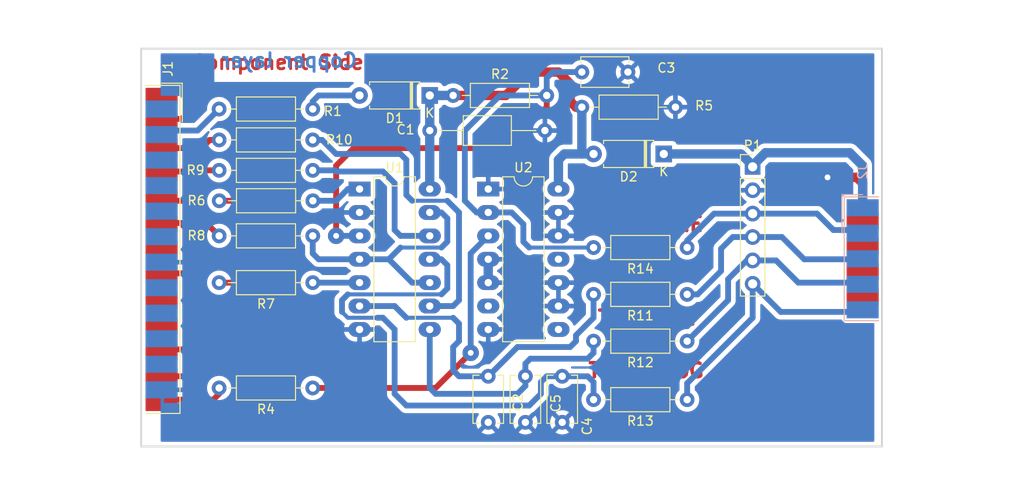
<source format=kicad_pcb>
(kicad_pcb (version 20211014) (generator pcbnew)
  (title_block (rev "1") (company "Kicad Demo"))
  (layers (0 "F.Cu" signal "top_copper") (31 "B.Cu" signal "bottom_copper") (34 "B.Paste" user) (35 "F.Paste" user) (36 "B.SilkS" user "B.Silkscreen") (37 "F.SilkS" user "F.Silkscreen") (38 "B.Mask" user) (39 "F.Mask" user) (44 "Edge.Cuts" user))
  (net 0 "")
  (net 1 "/CLK-D1")
  (net 2 "/CTRL-D3")
  (net 3 "/DONE-SELECT*")
  (net 4 "/PWR_3,3-5V")
  (net 5 "/TCK-CCLK")
  (net 6 "/TD0-DONE")
  (net 7 "/TD0-PROG-D4")
  (net 8 "/TDI-DIN")
  (net 9 "/TDI-DIN-D0")
  (net 10 "/TMS-PROG")
  (net 11 "/TMS-PROG-D2")
  (net 12 "/VCC_SENSE-ERROR*")
  (net 13 "GND")
  (net 14 "VCC")
  (net 15 "Net-(C3-Pad1)")
  (net 16 "Net-(R4-Pad1)")
  (net 20 "Net-(R6-Pad1)")
  (net 21 "Net-(R8-Pad1)")
  (net 22 "Net-(R7-Pad1)")
  (net 23 "Net-(C2-Pad1)")
  (net 24 "Net-(C5-Pad1)")
  (net 25 "Net-(R10-Pad1)")
  (net 26 "Net-(C4-Pad1)")
  (net 27 "Net-(R9-Pad1)")
  (net 28 "Net-(D1-Pad2)")
  (net 29 "Net-(J1-Pad11)")
  (footprint "Resistor_THT:R_Axial_DIN0207_L6.3mm_D2.5mm_P10.16mm_Horizontal" (layer "F.Cu") (at 162.56 88.9 180)
    (fp_text reference "R14" (at 5.08 -2.31 180) (layer "F.SilkS"))
    (fp_text value "100")
    (fp_line (start 0.98 0) (end 1.87 0) (layer "F.SilkS") (width 0.12))
    (fp_line (start 8.29 -1.31) (end 1.87 -1.31) (layer "F.SilkS") (width 0.12))
    (fp_line (start 1.87 1.31) (end 8.29 1.31) (layer "F.SilkS") (width 0.12))
    (fp_line (start 1.87 -1.31) (end 1.87 1.31) (layer "F.SilkS") (width 0.12))
    (fp_line (start 8.29 1.31) (end 8.29 -1.31) (layer "F.SilkS") (width 0.12))
    (fp_line (start 9.18 0) (end 8.29 0) (layer "F.SilkS") (width 0.12))
    (pad "1" thru_hole circle locked (at 0 0 180) (size 1.6 1.6) (drill 0.8) (layers *.Cu *.Mask) (net 6 "/TD0-DONE"))
    (pad "2" thru_hole oval locked (at 10.16 0 180) (size 1.6 1.6) (drill 0.8) (layers *.Cu *.Mask) (net 15 "Net-(C3-Pad1)"))
  )
  (footprint "Resistor_THT:R_Axial_DIN0207_L6.3mm_D2.5mm_P10.16mm_Horizontal" (layer "F.Cu") (at 121.92 80.518 180)
    (fp_text reference "R9" (at 12.72 0.018 180) (layer "F.SilkS"))
    (fp_text value "100")
    (fp_line (start 1.87 -1.31) (end 1.87 1.31) (layer "F.SilkS") (width 0.12))
    (fp_line (start 8.29 -1.31) (end 1.87 -1.31) (layer "F.SilkS") (width 0.12))
    (fp_line (start 8.29 1.31) (end 8.29 -1.31) (layer "F.SilkS") (width 0.12))
    (fp_line (start 1.87 1.31) (end 8.29 1.31) (layer "F.SilkS") (width 0.12))
    (fp_line (start 0.98 0) (end 1.87 0) (layer "F.SilkS") (width 0.12))
    (fp_line (start 9.18 0) (end 8.29 0) (layer "F.SilkS") (width 0.12))
    (pad "1" thru_hole circle locked (at 0 0 180) (size 1.6 1.6) (drill 0.8) (layers *.Cu *.Mask) (net 27 "Net-(R9-Pad1)"))
    (pad "2" thru_hole oval locked (at 10.16 0 180) (size 1.6 1.6) (drill 0.8) (layers *.Cu *.Mask) (net 11 "/TMS-PROG-D2"))
  )
  (footprint "Resistor_THT:R_Axial_DIN0207_L6.3mm_D2.5mm_P10.16mm_Horizontal" (layer "F.Cu") (at 121.92 104.14 180)
    (fp_text reference "R4" (at 5.08 -2.31 180) (layer "F.SilkS"))
    (fp_text value "47")
    (fp_line (start 1.87 1.31) (end 8.29 1.31) (layer "F.SilkS") (width 0.12))
    (fp_line (start 0.98 0) (end 1.87 0) (layer "F.SilkS") (width 0.12))
    (fp_line (start 1.87 -1.31) (end 1.87 1.31) (layer "F.SilkS") (width 0.12))
    (fp_line (start 8.29 -1.31) (end 1.87 -1.31) (layer "F.SilkS") (width 0.12))
    (fp_line (start 9.18 0) (end 8.29 0) (layer "F.SilkS") (width 0.12))
    (fp_line (start 8.29 1.31) (end 8.29 -1.31) (layer "F.SilkS") (width 0.12))
    (pad "1" thru_hole circle locked (at 0 0 180) (size 1.6 1.6) (drill 0.8) (layers *.Cu *.Mask) (net 16 "Net-(R4-Pad1)"))
    (pad "2" thru_hole oval locked (at 10.16 0 180) (size 1.6 1.6) (drill 0.8) (layers *.Cu *.Mask) (net 3 "/DONE-SELECT*"))
  )
  (footprint "Resistor_THT:R_Axial_DIN0207_L6.3mm_D2.5mm_P10.16mm_Horizontal" (layer "F.Cu") (at 162.56 105.41 180)
    (fp_text reference "R13" (at 5.08 -2.31 180) (layer "F.SilkS"))
    (fp_text value "100")
    (fp_line (start 9.18 0) (end 8.29 0) (layer "F.SilkS") (width 0.12))
    (fp_line (start 0.98 0) (end 1.87 0) (layer "F.SilkS") (width 0.12))
    (fp_line (start 8.29 1.31) (end 8.29 -1.31) (layer "F.SilkS") (width 0.12))
    (fp_line (start 8.29 -1.31) (end 1.87 -1.31) (layer "F.SilkS") (width 0.12))
    (fp_line (start 1.87 -1.31) (end 1.87 1.31) (layer "F.SilkS") (width 0.12))
    (fp_line (start 1.87 1.31) (end 8.29 1.31) (layer "F.SilkS") (width 0.12))
    (pad "1" thru_hole circle locked (at 0 0 180) (size 1.6 1.6) (drill 0.8) (layers *.Cu *.Mask) (net 10 "/TMS-PROG"))
    (pad "2" thru_hole oval locked (at 10.16 0 180) (size 1.6 1.6) (drill 0.8) (layers *.Cu *.Mask) (net 26 "Net-(C4-Pad1)"))
  )
  (footprint "Resistor_THT:R_Axial_DIN0207_L6.3mm_D2.5mm_P10.16mm_Horizontal" (layer "F.Cu") (at 162.56 99.06 180)
    (fp_text reference "R12" (at 5.08 -2.31 180) (layer "F.SilkS"))
    (fp_text value "100")
    (fp_line (start 1.87 1.31) (end 8.29 1.31) (layer "F.SilkS") (width 0.12))
    (fp_line (start 8.29 1.31) (end 8.29 -1.31) (layer "F.SilkS") (width 0.12))
    (fp_line (start 8.29 -1.31) (end 1.87 -1.31) (layer "F.SilkS") (width 0.12))
    (fp_line (start 1.87 -1.31) (end 1.87 1.31) (layer "F.SilkS") (width 0.12))
    (fp_line (start 0.98 0) (end 1.87 0) (layer "F.SilkS") (width 0.12))
    (fp_line (start 9.18 0) (end 8.29 0) (layer "F.SilkS") (width 0.12))
    (pad "1" thru_hole circle locked (at 0 0 180) (size 1.6 1.6) (drill 0.8) (layers *.Cu *.Mask) (net 5 "/TCK-CCLK"))
    (pad "2" thru_hole oval locked (at 10.16 0 180) (size 1.6 1.6) (drill 0.8) (layers *.Cu *.Mask) (net 24 "Net-(C5-Pad1)"))
  )
  (footprint "Resistor_THT:R_Axial_DIN0207_L6.3mm_D2.5mm_P10.16mm_Horizontal" (layer "F.Cu") (at 162.56 93.98 180)
    (fp_text reference "R11" (at 5.08 -2.31 180) (layer "F.SilkS"))
    (fp_text value "100")
    (fp_line (start 8.29 -1.31) (end 1.87 -1.31) (layer "F.SilkS") (width 0.12))
    (fp_line (start 8.29 1.31) (end 8.29 -1.31) (layer "F.SilkS") (width 0.12))
    (fp_line (start 1.87 1.31) (end 8.29 1.31) (layer "F.SilkS") (width 0.12))
    (fp_line (start 0.98 0) (end 1.87 0) (layer "F.SilkS") (width 0.12))
    (fp_line (start 9.18 0) (end 8.29 0) (layer "F.SilkS") (width 0.12))
    (fp_line (start 1.87 -1.31) (end 1.87 1.31) (layer "F.SilkS") (width 0.12))
    (pad "1" thru_hole circle locked (at 0 0 180) (size 1.6 1.6) (drill 0.8) (layers *.Cu *.Mask) (net 8 "/TDI-DIN"))
    (pad "2" thru_hole oval locked (at 10.16 0 180) (size 1.6 1.6) (drill 0.8) (layers *.Cu *.Mask) (net 23 "Net-(C2-Pad1)"))
  )
  (footprint "Resistor_THT:R_Axial_DIN0207_L6.3mm_D2.5mm_P10.16mm_Horizontal" (layer "F.Cu") (at 121.92 87.63 180)
    (fp_text reference "R8" (at 12.62 0.03 180) (layer "F.SilkS"))
    (fp_text value "100")
    (fp_line (start 8.29 1.31) (end 8.29 -1.31) (layer "F.SilkS") (width 0.12))
    (fp_line (start 1.87 -1.31) (end 1.87 1.31) (layer "F.SilkS") (width 0.12))
    (fp_line (start 9.18 0) (end 8.29 0) (layer "F.SilkS") (width 0.12))
    (fp_line (start 8.29 -1.31) (end 1.87 -1.31) (layer "F.SilkS") (width 0.12))
    (fp_line (start 0.98 0) (end 1.87 0) (layer "F.SilkS") (width 0.12))
    (fp_line (start 1.87 1.31) (end 8.29 1.31) (layer "F.SilkS") (width 0.12))
    (pad "1" thru_hole circle locked (at 0 0 180) (size 1.6 1.6) (drill 0.8) (layers *.Cu *.Mask) (net 21 "Net-(R8-Pad1)"))
    (pad "2" thru_hole oval locked (at 10.16 0 180) (size 1.6 1.6) (drill 0.8) (layers *.Cu *.Mask) (net 2 "/CTRL-D3"))
  )
  (footprint "Resistor_THT:R_Axial_DIN0207_L6.3mm_D2.5mm_P10.16mm_Horizontal" (layer "F.Cu") (at 121.92 92.71 180)
    (fp_text reference "R7" (at 5.08 -2.31 180) (layer "F.SilkS"))
    (fp_text value "100")
    (fp_line (start 1.87 -1.31) (end 1.87 1.31) (layer "F.SilkS") (width 0.12))
    (fp_line (start 0.98 0) (end 1.87 0) (layer "F.SilkS") (width 0.12))
    (fp_line (start 8.29 1.31) (end 8.29 -1.31) (layer "F.SilkS") (width 0.12))
    (fp_line (start 9.18 0) (end 8.29 0) (layer "F.SilkS") (width 0.12))
    (fp_line (start 8.29 -1.31) (end 1.87 -1.31) (layer "F.SilkS") (width 0.12))
    (fp_line (start 1.87 1.31) (end 8.29 1.31) (layer "F.SilkS") (width 0.12))
    (pad "1" thru_hole circle locked (at 0 0 180) (size 1.6 1.6) (drill 0.8) (layers *.Cu *.Mask) (net 22 "Net-(R7-Pad1)"))
    (pad "2" thru_hole oval locked (at 10.16 0 180) (size 1.6 1.6) (drill 0.8) (layers *.Cu *.Mask) (net 9 "/TDI-DIN-D0"))
  )
  (footprint "Resistor_THT:R_Axial_DIN0207_L6.3mm_D2.5mm_P10.16mm_Horizontal" (layer "F.Cu") (at 121.9327 83.82 180)
    (fp_text reference "R6" (at 12.6327 0.02 180) (layer "F.SilkS"))
    (fp_text value "100")
    (fp_line (start 0.98 0) (end 1.87 0) (layer "F.SilkS") (width 0.12))
    (fp_line (start 1.87 -1.31) (end 1.87 1.31) (layer "F.SilkS") (width 0.12))
    (fp_line (start 9.18 0) (end 8.29 0) (layer "F.SilkS") (width 0.12))
    (fp_line (start 1.87 1.31) (end 8.29 1.31) (layer "F.SilkS") (width 0.12))
    (fp_line (start 8.29 -1.31) (end 1.87 -1.31) (layer "F.SilkS") (width 0.12))
    (fp_line (start 8.29 1.31) (end 8.29 -1.31) (layer "F.SilkS") (width 0.12))
    (pad "1" thru_hole circle locked (at 0 0 180) (size 1.6 1.6) (drill 0.8) (layers *.Cu *.Mask) (net 20 "Net-(R6-Pad1)"))
    (pad "2" thru_hole oval locked (at 10.16 0 180) (size 1.6 1.6) (drill 0.8) (layers *.Cu *.Mask) (net 7 "/TD0-PROG-D4"))
  )
  (footprint "Resistor_THT:R_Axial_DIN0207_L6.3mm_D2.5mm_P10.16mm_Horizontal" (layer "F.Cu") (at 137.16 72.39)
    (fp_text reference "R2" (at 5.08 -2.31) (layer "F.SilkS"))
    (fp_text value "5,1K")
    (fp_line (start 0.98 0) (end 1.87 0) (layer "F.SilkS") (width 0.12))
    (fp_line (start 8.29 1.31) (end 8.29 -1.31) (layer "F.SilkS") (width 0.12))
    (fp_line (start 9.18 0) (end 8.29 0) (layer "F.SilkS") (width 0.12))
    (fp_line (start 1.87 -1.31) (end 1.87 1.31) (layer "F.SilkS") (width 0.12))
    (fp_line (start 1.87 1.31) (end 8.29 1.31) (layer "F.SilkS") (width 0.12))
    (fp_line (start 8.29 -1.31) (end 1.87 -1.31) (layer "F.SilkS") (width 0.12))
    (pad "1" thru_hole circle locked (at 0 0) (size 1.6 1.6) (drill 0.8) (layers *.Cu *.Mask) (net 14 "VCC"))
    (pad "2" thru_hole oval locked (at 10.16 0) (size 1.6 1.6) (drill 0.8) (layers *.Cu *.Mask) (net 15 "Net-(C3-Pad1)"))
  )
  (footprint "Resistor_THT:R_Axial_DIN0207_L6.3mm_D2.5mm_P10.16mm_Horizontal" (layer "F.Cu") (at 151.13 73.66)
    (fp_text reference "R5" (at 13.27 -0.16) (layer "F.SilkS"))
    (fp_text value "1K")
    (fp_line (start 1.87 -1.31) (end 1.87 1.31) (layer "F.SilkS") (width 0.12))
    (fp_line (start 8.29 1.31) (end 8.29 -1.31) (layer "F.SilkS") (width 0.12))
    (fp_line (start 8.29 -1.31) (end 1.87 -1.31) (layer "F.SilkS") (width 0.12))
    (fp_line (start 9.18 0) (end 8.29 0) (layer "F.SilkS") (width 0.12))
    (fp_line (start 1.87 1.31) (end 8.29 1.31) (layer "F.SilkS") (width 0.12))
    (fp_line (start 0.98 0) (end 1.87 0) (layer "F.SilkS") (width 0.12))
    (pad "1" thru_hole circle locked (at 0 0) (size 1.6 1.6) (drill 0.8) (layers *.Cu *.Mask) (net 14 "VCC"))
    (pad "2" thru_hole oval locked (at 10.16 0) (size 1.6 1.6) (drill 0.8) (layers *.Cu *.Mask) (net 13 "GND"))
  )
  (footprint "Resistor_THT:R_Axial_DIN0207_L6.3mm_D2.5mm_P10.16mm_Horizontal" (layer "F.Cu") (at 121.92 77.216 180)
    (fp_text reference "R10" (at -2.88 0.016 180) (layer "F.SilkS"))
    (fp_text value "100")
    (fp_line (start 8.29 -1.31) (end 1.87 -1.31) (layer "F.SilkS") (width 0.12))
    (fp_line (start 0.98 0) (end 1.87 0) (layer "F.SilkS") (width 0.12))
    (fp_line (start 1.87 1.31) (end 8.29 1.31) (layer "F.SilkS") (width 0.12))
    (fp_line (start 8.29 1.31) (end 8.29 -1.31) (layer "F.SilkS") (width 0.12))
    (fp_line (start 1.87 -1.31) (end 1.87 1.31) (layer "F.SilkS") (width 0.12))
    (fp_line (start 9.18 0) (end 8.29 0) (layer "F.SilkS") (width 0.12))
    (pad "1" thru_hole circle locked (at 0 0 180) (size 1.6 1.6) (drill 0.8) (layers *.Cu *.Mask) (net 25 "Net-(R10-Pad1)"))
    (pad "2" thru_hole oval locked (at 10.16 0 180) (size 1.6 1.6) (drill 0.8) (layers *.Cu *.Mask) (net 1 "/CLK-D1"))
  )
  (footprint "Diode_THT:D_A-405_P7.62mm_Horizontal" (layer "F.Cu") (at 160.02 78.74 180)
    (fp_text reference "D2" (at 3.81 -2.47 180) (layer "F.SilkS"))
    (fp_text value "BAT46")
    (fp_text user "K" (at 0 -1.9 180) (layer "F.SilkS"))
    (fp_line (start 1.87 -1.47) (end 1.87 1.47) (layer "F.SilkS") (width 0.12))
    (fp_line (start 1.09 1.47) (end 6.53 1.47) (layer "F.SilkS") (width 0.12))
    (fp_line (start 1.99 -1.47) (end 1.99 1.47) (layer "F.SilkS") (width 0.12))
    (fp_line (start 6.53 1.47) (end 6.53 1.14) (layer "F.SilkS") (width 0.12))
    (fp_line (start 1.09 -1.47) (end 6.53 -1.47) (layer "F.SilkS") (width 0.12))
    (fp_line (start 6.53 -1.47) (end 6.53 -1.14) (layer "F.SilkS") (width 0.12))
    (fp_line (start 1.09 -1.14) (end 1.09 -1.47) (layer "F.SilkS") (width 0.12))
    (fp_line (start 1.09 1.14) (end 1.09 1.47) (layer "F.SilkS") (width 0.12))
    (fp_line (start 2.11 -1.47) (end 2.11 1.47) (layer "F.SilkS") (width 0.12))
    (pad "1" thru_hole rect locked (at 0 0 180) (size 1.8 1.8) (drill 0.9) (layers *.Cu *.Mask) (net 4 "/PWR_3,3-5V"))
    (pad "2" thru_hole oval locked (at 7.62 0 180) (size 1.8 1.8) (drill 0.9) (layers *.Cu *.Mask) (net 14 "VCC"))
  )
  (footprint "Diode_THT:D_A-405_P7.62mm_Horizontal" (layer "F.Cu") (at 134.62 72.39 180)
    (fp_text reference "D1" (at 3.81 -2.47 180) (layer "F.SilkS"))
    (fp_text value "BAT46")
    (fp_text user "K" (at 0 -1.9 180) (layer "F.SilkS"))
    (fp_line (start 1.87 -1.47) (end 1.87 1.47) (layer "F.SilkS") (width 0.12))
    (fp_line (start 6.53 -1.47) (end 6.53 -1.14) (layer "F.SilkS") (width 0.12))
    (fp_line (start 1.09 -1.47) (end 6.53 -1.47) (layer "F.SilkS") (width 0.12))
    (fp_line (start 1.09 -1.14) (end 1.09 -1.47) (layer "F.SilkS") (width 0.12))
    (fp_line (start 1.09 1.14) (end 1.09 1.47) (layer "F.SilkS") (width 0.12))
    (fp_line (start 1.99 -1.47) (end 1.99 1.47) (layer "F.SilkS") (width 0.12))
    (fp_line (start 6.53 1.47) (end 6.53 1.14) (layer "F.SilkS") (width 0.12))
    (fp_line (start 2.11 -1.47) (end 2.11 1.47) (layer "F.SilkS") (width 0.12))
    (fp_line (start 1.09 1.47) (end 6.53 1.47) (layer "F.SilkS") (width 0.12))
    (pad "1" thru_hole rect locked (at 0 0 180) (size 1.8 1.8) (drill 0.9) (layers *.Cu *.Mask) (net 14 "VCC"))
    (pad "2" thru_hole oval locked (at 7.62 0 180) (size 1.8 1.8) (drill 0.9) (layers *.Cu *.Mask) (net 28 "Net-(D1-Pad2)"))
  )
  (footprint "Resistor_THT:R_Axial_DIN0207_L6.3mm_D2.5mm_P10.16mm_Horizontal" (layer "F.Cu") (at 121.92 73.8632 180)
    (fp_text reference "R1" (at -2.18 -0.2368 180) (layer "F.SilkS"))
    (fp_text value "100")
    (fp_line (start 8.29 1.31) (end 8.29 -1.31) (layer "F.SilkS") (width 0.12))
    (fp_line (start 1.87 -1.31) (end 1.87 1.31) (layer "F.SilkS") (width 0.12))
    (fp_line (start 0.98 0) (end 1.87 0) (layer "F.SilkS") (width 0.12))
    (fp_line (start 9.18 0) (end 8.29 0) (layer "F.SilkS") (width 0.12))
    (fp_line (start 1.87 1.31) (end 8.29 1.31) (layer "F.SilkS") (width 0.12))
    (fp_line (start 8.29 -1.31) (end 1.87 -1.31) (layer "F.SilkS") (width 0.12))
    (pad "1" thru_hole circle locked (at 0 0 180) (size 1.6 1.6) (drill 0.8) (layers *.Cu *.Mask) (net 28 "Net-(D1-Pad2)"))
    (pad "2" thru_hole oval locked (at 10.16 0 180) (size 1.6 1.6) (drill 0.8) (layers *.Cu *.Mask) (net 12 "/VCC_SENSE-ERROR*"))
  )
  (footprint "Capacitor_THT:C_Axial_L5.1mm_D3.1mm_P12.50mm_Horizontal" (layer "F.Cu") (at 134.62 76.2)
    (fp_text reference "C1" (at -2.62 -0.1) (layer "F.SilkS"))
    (fp_text value "1uF")
    (fp_line (start 3.64 1.61) (end 8.86 1.61) (layer "F.SilkS") (width 0.12))
    (fp_line (start 3.64 -1.61) (end 3.64 1.61) (layer "F.SilkS") (width 0.12))
    (fp_line (start 0.98 0) (end 3.64 0) (layer "F.SilkS") (width 0.12))
    (fp_line (start 8.86 1.61) (end 8.86 -1.61) (layer "F.SilkS") (width 0.12))
    (fp_line (start 8.86 -1.61) (end 3.64 -1.61) (layer "F.SilkS") (width 0.12))
    (fp_line (start 11.52 0) (end 8.86 0) (layer "F.SilkS") (width 0.12))
    (pad "1" thru_hole circle locked (at 0 0) (size 1.6 1.6) (drill 0.8) (layers *.Cu *.Mask) (net 14 "VCC"))
    (pad "2" thru_hole oval locked (at 12.5 0) (size 1.6 1.6) (drill 0.8) (layers *.Cu *.Mask) (net 13 "GND"))
  )
  (footprint "Connector_PinHeader_2.54mm:PinHeader_1x06_P2.54mm_Vertical" (layer "F.Cu") (at 169.672 80.137)
    (fp_text reference "P1" (at 0 -2.33) (layer "F.SilkS"))
    (fp_text value "CONN_6")
    (fp_line (start -1.33 1.27) (end 1.33 1.27) (layer "F.SilkS") (width 0.12))
    (fp_line (start -1.33 14.03) (end 1.33 14.03) (layer "F.SilkS") (width 0.12))
    (fp_line (start -1.33 1.27) (end -1.33 14.03) (layer "F.SilkS") (width 0.12))
    (fp_line (start 1.33 1.27) (end 1.33 14.03) (layer "F.SilkS") (width 0.12))
    (fp_line (start -1.33 -1.33) (end 0 -1.33) (layer "F.SilkS") (width 0.12))
    (fp_line (start -1.33 0) (end -1.33 -1.33) (layer "F.SilkS") (width 0.12))
    (pad "1" thru_hole rect locked (at 0 0) (size 1.7 1.7) (drill 1) (layers *.Cu *.Mask) (net 4 "/PWR_3,3-5V"))
    (pad "2" thru_hole oval locked (at 0 2.54) (size 1.7 1.7) (drill 1) (layers *.Cu *.Mask) (net 13 "GND"))
    (pad "3" thru_hole oval locked (at 0 5.08) (size 1.7 1.7) (drill 1) (layers *.Cu *.Mask) (net 6 "/TD0-DONE"))
    (pad "4" thru_hole oval locked (at 0 7.62) (size 1.7 1.7) (drill 1) (layers *.Cu *.Mask) (net 8 "/TDI-DIN"))
    (pad "5" thru_hole oval locked (at 0 10.16) (size 1.7 1.7) (drill 1) (layers *.Cu *.Mask) (net 5 "/TCK-CCLK"))
    (pad "6" thru_hole oval locked (at 0 12.7) (size 1.7 1.7) (drill 1) (layers *.Cu *.Mask) (net 10 "/TMS-PROG"))
  )
  (footprint "Package_DIP:DIP-14_W7.62mm_LongPads" (layer "F.Cu") (at 140.97 82.55)
    (fp_text reference "U2" (at 3.81 -2.33) (layer "F.SilkS"))
    (fp_text value "74LS125")
    (fp_line (start 6.06 16.57) (end 6.06 -1.33) (layer "F.SilkS") (width 0.12))
    (fp_line (start 2.81 -1.33) (end 1.56 -1.33) (layer "F.SilkS") (width 0.12))
    (fp_line (start 1.56 16.57) (end 6.06 16.57) (layer "F.SilkS") (width 0.12))
    (fp_line (start 1.56 -1.33) (end 1.56 16.57) (layer "F.SilkS") (width 0.12))
    (fp_line (start 6.06 -1.33) (end 4.81 -1.33) (layer "F.SilkS") (width 0.12))
    (fp_arc (start 4.81 -1.33) (mid 3.81 -0.33) (end 2.81 -1.33) (layer "F.SilkS") (width 0.12))
    (pad "1" thru_hole rect locked (at 0 0) (size 2.4 1.6) (drill 0.8) (layers *.Cu *.Mask) (net 13 "GND"))
    (pad "2" thru_hole oval locked (at 0 2.54) (size 2.4 1.6) (drill 0.8) (layers *.Cu *.Mask) (net 15 "Net-(C3-Pad1)"))
    (pad "3" thru_hole oval locked (at 0 5.08) (size 2.4 1.6) (drill 0.8) (layers *.Cu *.Mask) (net 16 "Net-(R4-Pad1)"))
    (pad "4" thru_hole oval locked (at 0 7.62) (size 2.4 1.6) (drill 0.8) (layers *.Cu *.Mask) (net 13 "GND"))
    (pad "5" thru_hole oval locked (at 0 10.16) (size 2.4 1.6) (drill 0.8) (layers *.Cu *.Mask) (net 13 "GND"))
    (pad "6" thru_hole oval locked (at 0 12.7) (size 2.4 1.6) (drill 0.8) (layers *.Cu *.Mask))
    (pad "7" thru_hole oval locked (at 0 15.24) (size 2.4 1.6) (drill 0.8) (layers *.Cu *.Mask) (net 13 "GND"))
    (pad "8" thru_hole oval locked (at 7.62 15.24) (size 2.4 1.6) (drill 0.8) (layers *.Cu *.Mask))
    (pad "9" thru_hole oval locked (at 7.62 12.7) (size 2.4 1.6) (drill 0.8) (layers *.Cu *.Mask) (net 13 "GND"))
    (pad "10" thru_hole oval locked (at 7.62 10.16) (size 2.4 1.6) (drill 0.8) (layers *.Cu *.Mask) (net 13 "GND"))
    (pad "11" thru_hole oval locked (at 7.62 7.62) (size 2.4 1.6) (drill 0.8) (layers *.Cu *.Mask))
    (pad "12" thru_hole oval locked (at 7.62 5.08) (size 2.4 1.6) (drill 0.8) (layers *.Cu *.Mask) (net 13 "GND"))
    (pad "13" thru_hole oval locked (at 7.62 2.54) (size 2.4 1.6) (drill 0.8) (layers *.Cu *.Mask) (net 13 "GND"))
    (pad "14" thru_hole oval locked (at 7.62 0) (size 2.4 1.6) (drill 0.8) (layers *.Cu *.Mask) (net 14 "VCC"))
  )
  (footprint "Package_DIP:DIP-14_W7.62mm_LongPads" (layer "F.Cu") (at 127 82.55)
    (fp_text reference "U1" (at 3.81 -2.33) (layer "F.SilkS"))
    (fp_text value "74LS125")
    (fp_line (start 6.06 -1.33) (end 4.81 -1.33) (layer "F.SilkS") (width 0.12))
    (fp_line (start 1.56 -1.33) (end 1.56 16.57) (layer "F.SilkS") (width 0.12))
    (fp_line (start 2.81 -1.33) (end 1.56 -1.33) (layer "F.SilkS") (width 0.12))
    (fp_line (start 6.06 16.57) (end 6.06 -1.33) (layer "F.SilkS") (width 0.12))
    (fp_line (start 1.56 16.57) (end 6.06 16.57) (layer "F.SilkS") (width 0.12))
    (fp_arc (start 4.81 -1.33) (mid 3.81 -0.33) (end 2.81 -1.33) (layer "F.SilkS") (width 0.12))
    (pad "1" thru_hole rect locked (at 0 0) (size 2.4 1.6) (drill 0.8) (layers *.Cu *.Mask) (net 20 "Net-(R6-Pad1)"))
    (pad "2" thru_hole oval locked (at 0 2.54) (size 2.4 1.6) (drill 0.8) (layers *.Cu *.Mask) (net 13 "GND"))
    (pad "3" thru_hole oval locked (at 0 5.08) (size 2.4 1.6) (drill 0.8) (layers *.Cu *.Mask) (net 15 "Net-(C3-Pad1)"))
    (pad "4" thru_hole oval locked (at 0 7.62) (size 2.4 1.6) (drill 0.8) (layers *.Cu *.Mask) (net 21 "Net-(R8-Pad1)"))
    (pad "5" thru_hole oval locked (at 0 10.16) (size 2.4 1.6) (drill 0.8) (layers *.Cu *.Mask) (net 22 "Net-(R7-Pad1)"))
    (pad "6" thru_hole oval locked (at 0 12.7) (size 2.4 1.6) (drill 0.8) (layers *.Cu *.Mask) (net 23 "Net-(C2-Pad1)"))
    (pad "7" thru_hole oval locked (at 0 15.24) (size 2.4 1.6) (drill 0.8) (layers *.Cu *.Mask) (net 13 "GND"))
    (pad "8" thru_hole oval locked (at 7.62 15.24) (size 2.4 1.6) (drill 0.8) (layers *.Cu *.Mask) (net 24 "Net-(C5-Pad1)"))
    (pad "9" thru_hole oval locked (at 7.62 12.7) (size 2.4 1.6) (drill 0.8) (layers *.Cu *.Mask) (net 25 "Net-(R10-Pad1)"))
    (pad "10" thru_hole oval locked (at 7.62 10.16) (size 2.4 1.6) (drill 0.8) (layers *.Cu *.Mask) (net 21 "Net-(R8-Pad1)"))
    (pad "11" thru_hole oval locked (at 7.62 7.62) (size 2.4 1.6) (drill 0.8) (layers *.Cu *.Mask) (net 26 "Net-(C4-Pad1)"))
    (pad "12" thru_hole oval locked (at 7.62 5.08) (size 2.4 1.6) (drill 0.8) (layers *.Cu *.Mask) (net 27 "Net-(R9-Pad1)"))
    (pad "13" thru_hole oval locked (at 7.62 2.54) (size 2.4 1.6) (drill 0.8) (layers *.Cu *.Mask) (net 21 "Net-(R8-Pad1)"))
    (pad "14" thru_hole oval locked (at 7.62 0) (size 2.4 1.6) (drill 0.8) (layers *.Cu *.Mask) (net 14 "VCC"))
  )
  (footprint "Capacitor_THT:C_Disc_D5.1mm_W3.2mm_P5.00mm" (layer "F.Cu") (at 145 102.87 -90)
    (fp_text reference "C5" (at 2.93 -3.3 -90) (layer "F.SilkS"))
    (fp_text value "100pF")
    (fp_line (start -0.11 -1.66) (end -0.11 -0.996) (layer "F.SilkS") (width 0.12))
    (fp_line (start 5.11 0.996) (end 5.11 1.66) (layer "F.SilkS") (width 0.12))
    (fp_line (start -0.11 -1.66) (end 5.11 -1.66) (layer "F.SilkS") (width 0.12))
    (fp_line (start -0.11 0.996) (end -0.11 1.66) (layer "F.SilkS") (width 0.12))
    (fp_line (start -0.11 1.66) (end 5.11 1.66) (layer "F.SilkS") (width 0.12))
    (fp_line (start 5.11 -1.66) (end 5.11 -0.996) (layer "F.SilkS") (width 0.12))
    (pad "1" thru_hole circle locked (at 0 0 270) (size 1.6 1.6) (drill 0.8) (layers *.Cu *.Mask) (net 24 "Net-(C5-Pad1)"))
    (pad "2" thru_hole circle locked (at 5 0 270) (size 1.6 1.6) (drill 0.8) (layers *.Cu *.Mask) (net 13 "GND"))
  )
  (footprint "Capacitor_THT:C_Disc_D5.1mm_W3.2mm_P5.00mm" (layer "F.Cu") (at 149 102.87 -90)
    (fp_text reference "C4" (at 5.43 -2.7 -90) (layer "F.SilkS"))
    (fp_text value "100pF")
    (fp_line (start -0.11 -1.66) (end -0.11 -0.996) (layer "F.SilkS") (width 0.12))
    (fp_line (start 5.11 -1.66) (end 5.11 -0.996) (layer "F.SilkS") (width 0.12))
    (fp_line (start 5.11 0.996) (end 5.11 1.66) (layer "F.SilkS") (width 0.12))
    (fp_line (start -0.11 1.66) (end 5.11 1.66) (layer "F.SilkS") (width 0.12))
    (fp_line (start -0.11 -1.66) (end 5.11 -1.66) (layer "F.SilkS") (width 0.12))
    (fp_line (start -0.11 0.996) (end -0.11 1.66) (layer "F.SilkS") (width 0.12))
    (pad "1" thru_hole circle locked (at 0 0 270) (size 1.6 1.6) (drill 0.8) (layers *.Cu *.Mask) (net 26 "Net-(C4-Pad1)"))
    (pad "2" thru_hole circle locked (at 5 0 270) (size 1.6 1.6) (drill 0.8) (layers *.Cu *.Mask) (net 13 "GND"))
  )
  (footprint "Capacitor_THT:C_Disc_D5.1mm_W3.2mm_P5.00mm" (layer "F.Cu") (at 151.13 69.85)
    (fp_text reference "C3" (at 9.17 -0.45) (layer "F.SilkS"))
    (fp_text value "100pF")
    (fp_line (start -0.11 -1.66) (end -0.11 -0.996) (layer "F.SilkS") (width 0.12))
    (fp_line (start -0.11 0.996) (end -0.11 1.66) (layer "F.SilkS") (width 0.12))
    (fp_line (start -0.11 1.66) (end 5.11 1.66) (layer "F.SilkS") (width 0.12))
    (fp_line (start -0.11 -1.66) (end 5.11 -1.66) (layer "F.SilkS") (width 0.12))
    (fp_line (start 5.11 -1.66) (end 5.11 -0.996) (layer "F.SilkS") (width 0.12))
    (fp_line (start 5.11 0.996) (end 5.11 1.66) (layer "F.SilkS") (width 0.12))
    (pad "1" thru_hole circle locked (at 0 0) (size 1.6 1.6) (drill 0.8) (layers *.Cu *.Mask) (net 15 "Net-(C3-Pad1)"))
    (pad "2" thru_hole circle locked (at 5 0) (size 1.6 1.6) (drill 0.8) (layers *.Cu *.Mask) (net 13 "GND"))
  )
  (footprint "Capacitor_THT:C_Disc_D5.1mm_W3.2mm_P5.00mm" (layer "F.Cu") (at 140.97 102.87 -90)
    (fp_text reference "C2" (at 2.83 -3.23 -90) (layer "F.SilkS"))
    (fp_text value "100pF")
    (fp_line (start -0.11 -1.66) (end -0.11 -0.996) (layer "F.SilkS") (width 0.12))
    (fp_line (start -0.11 0.996) (end -0.11 1.66) (layer "F.SilkS") (width 0.12))
    (fp_line (start -0.11 1.66) (end 5.11 1.66) (layer "F.SilkS") (width 0.12))
    (fp_line (start 5.11 -1.66) (end 5.11 -0.996) (layer "F.SilkS") (width 0.12))
    (fp_line (start -0.11 -1.66) (end 5.11 -1.66) (layer "F.SilkS") (width 0.12))
    (fp_line (start 5.11 0.996) (end 5.11 1.66) (layer "F.SilkS") (width 0.12))
    (pad "1" thru_hole circle locked (at 0 0 270) (size 1.6 1.6) (drill 0.8) (layers *.Cu *.Mask) (net 23 "Net-(C2-Pad1)"))
    (pad "2" thru_hole circle locked (at 5 0 270) (size 1.6 1.6) (drill 0.8) (layers *.Cu *.Mask) (net 13 "GND"))
  )
  (footprint "Connector_Dsub:DSUB-25_Male_EdgeMount_P2.77mm" (layer "F.Cu") (at 105.5116 89.1032 -90)
    (fp_text reference "J1" (at -19.6032 -0.6884 -90) (layer "F.SilkS"))
    (fp_text value "DB25MALE")
    (fp_line (start -18.043333 0) (end -18.043333 -2.24) (layer "F.SilkS") (width 0.12))
    (fp_line (start -17.803333 -2) (end -17.803333 1.74) (layer "F.SilkS") (width 0.12))
    (fp_line (start -18.043333 -2.24) (end -13.85 -2.24) (layer "F.SilkS") (width 0.12))
    (fp_line (start 17.803333 1.74) (end 17.803333 -2) (layer "F.SilkS") (width 0.12))
    (fp_line (start 17.803333 -2) (end -17.803333 -2) (layer "F.SilkS") (width 0.12))
    (pad "1" smd rect locked (at -16.62 0 270) (size 1.846667 3.48) (layers "F.Cu" "F.Paste" "F.Mask"))
    (pad "2" smd rect locked (at -13.85 0 270) (size 1.846667 3.48) (layers "F.Cu" "F.Paste" "F.Mask") (net 9 "/TDI-DIN-D0"))
    (pad "3" smd rect locked (at -11.08 0 270) (size 1.846667 3.48) (layers "F.Cu" "F.Paste" "F.Mask") (net 1 "/CLK-D1"))
    (pad "4" smd rect locked (at -8.31 0 270) (size 1.846667 3.48) (layers "F.Cu" "F.Paste" "F.Mask") (net 11 "/TMS-PROG-D2"))
    (pad "5" smd rect locked (at -5.54 0 270) (size 1.846667 3.48) (layers "F.Cu" "F.Paste" "F.Mask") (net 2 "/CTRL-D3"))
    (pad "6" smd rect locked (at -2.77 0 270) (size 1.846667 3.48) (layers "F.Cu" "F.Paste" "F.Mask") (net 7 "/TD0-PROG-D4"))
    (pad "7" smd rect locked (at 0 0 270) (size 1.846667 3.48) (layers "F.Cu" "F.Paste" "F.Mask"))
    (pad "8" smd rect locked (at 2.77 0 270) (size 1.846667 3.48) (layers "F.Cu" "F.Paste" "F.Mask") (net 29 "Net-(J1-Pad11)"))
    (pad "9" smd rect locked (at 5.54 0 270) (size 1.846667 3.48) (layers "F.Cu" "F.Paste" "F.Mask"))
    (pad "10" smd rect locked (at 8.31 0 270) (size 1.846667 3.48) (layers "F.Cu" "F.Paste" "F.Mask"))
    (pad "11" smd rect locked (at 11.08 0 270) (size 1.846667 3.48) (layers "F.Cu" "F.Paste" "F.Mask") (net 29 "Net-(J1-Pad11)"))
    (pad "12" smd rect locked (at 13.85 0 270) (size 1.846667 3.48) (layers "F.Cu" "F.Paste" "F.Mask") (net 29 "Net-(J1-Pad11)"))
    (pad "13" smd rect locked (at 16.62 0 270) (size 1.846667 3.48) (layers "F.Cu" "F.Paste" "F.Mask") (net 3 "/DONE-SELECT*"))
    (pad "14" smd rect locked (at -15.235 0 270) (size 1.846667 3.48) (layers "B.Cu" "B.Paste" "B.Mask"))
    (pad "15" smd rect locked (at -12.465 0 270) (size 1.846667 3.48) (layers "B.Cu" "B.Paste" "B.Mask") (net 12 "/VCC_SENSE-ERROR*"))
    (pad "16" smd rect locked (at -9.695 0 270) (size 1.846667 3.48) (layers "B.Cu" "B.Paste" "B.Mask"))
    (pad "17" smd rect locked (at -6.925 0 270) (size 1.846667 3.48) (layers "B.Cu" "B.Paste" "B.Mask"))
    (pad "18" smd rect locked (at -4.155 0 270) (size 1.846667 3.48) (layers "B.Cu" "B.Paste" "B.Mask"))
    (pad "19" smd rect locked (at -1.385 0 270) (size 1.846667 3.48) (layers "B.Cu" "B.Paste" "B.Mask"))
    (pad "20" smd rect locked (at 1.385 0 270) (size 1.846667 3.48) (layers "B.Cu" "B.Paste" "B.Mask") (net 13 "GND"))
    (pad "21" smd rect locked (at 4.155 0 270) (size 1.846667 3.48) (layers "B.Cu" "B.Paste" "B.Mask"))
    (pad "22" smd rect locked (at 6.925 0 270) (size 1.846667 3.48) (layers "B.Cu" "B.Paste" "B.Mask"))
    (pad "23" smd rect locked (at 9.695 0 270) (size 1.846667 3.48) (layers "B.Cu" "B.Paste" "B.Mask"))
    (pad "24" smd rect locked (at 12.465 0 270) (size 1.846667 3.48) (layers "B.Cu" "B.Paste" "B.Mask"))
    (pad "25" smd rect locked (at 15.235 0 270) (size 1.846667 3.48) (layers "B.Cu" "B.Paste" "B.Mask") (net 13 "GND"))
  )
  (footprint "Connector_Dsub:DSUB-9_Male_EdgeMount_P2.77mm" (layer "B.Cu") (at 181.61 90.1192 -90)
    (fp_text reference "J2" (at -9.463333 0 -90) (layer "B.SilkS") (effects (justify mirror)))
    (fp_text value "DB9MALE")
    (fp_line (start -6.963333 0) (end -6.963333 2.24) (layer "B.SilkS") (width 0.12))
    (fp_line (start 6.723333 2) (end -6.723333 2) (layer "B.SilkS") (width 0.12))
    (fp_line (start -6.963333 2.24) (end -2.77 2.24) (layer "B.SilkS") (width 0.12))
    (fp_line (start -6.723333 2) (end -6.723333 -1.74) (layer "B.SilkS") (width 0.12))
    (fp_line (start 6.723333 -1.74) (end 6.723333 2) (layer "B.SilkS") (width 0.12))
    (pad "1" smd rect locked (at -5.54 0 270) (size 1.846667 3.48) (layers "B.Cu" "B.Paste" "B.Mask") (net 4 "/PWR_3,3-5V"))
    (pad "2" smd rect locked (at -2.77 0 270) (size 1.846667 3.48) (layers "B.Cu" "B.Paste" "B.Mask") (net 6 "/TD0-DONE"))
    (pad "3" smd rect locked (at 0 0 270) (size 1.846667 3.48) (layers "B.Cu" "B.Paste" "B.Mask") (net 8 "/TDI-DIN"))
    (pad "4" smd rect locked (at 2.77 0 270) (size 1.846667 3.48) (layers "B.Cu" "B.Paste" "B.Mask") (net 5 "/TCK-CCLK"))
    (pad "5" smd rect locked (at 5.54 0 270) (size 1.846667 3.48) (layers "B.Cu" "B.Paste" "B.Mask") (net 10 "/TMS-PROG"))
    (pad "6" smd rect locked (at -4.155 0 270) (size 1.846667 3.48) (layers "F.Cu" "F.Paste" "F.Mask") (net 13 "GND"))
    (pad "7" smd rect locked (at -1.385 0 270) (size 1.846667 3.48) (layers "F.Cu" "F.Paste" "F.Mask") (net 13 "GND"))
    (pad "8" smd rect locked (at 1.385 0 270) (size 1.846667 3.48) (layers "F.Cu" "F.Paste" "F.Mask") (net 13 "GND"))
    (pad "9" smd rect locked (at 4.155 0 270) (size 1.846667 3.48) (layers "F.Cu" "F.Paste" "F.Mask") (net 13 "GND"))
  )
  (gr_line (start 103.3 110.49) (end 103.3 67.31) (layer "Edge.Cuts") (width 0.2))
  (gr_line (start 183.7 110.49) (end 103.3 110.49) (layer "Edge.Cuts") (width 0.2))
  (gr_line (start 103.3 67.31) (end 183.7 67.31) (layer "Edge.Cuts") (width 0.2))
  (gr_line (start 183.7 67.31) (end 183.7 110.49) (layer "Edge.Cuts") (width 0.2))
  (gr_text "TMS-PROG" (at 158.115 102.235) (layer "F.Cu") (effects (font (size 1.524 1.524) (thickness 0.381))))
  (gr_text "TDO-DONE" (at 158.115 86.36) (layer "F.Cu") (effects (font (size 1.524 1.524) (thickness 0.381))))
  (gr_text "GND" (at 162.56 81.28) (layer "F.Cu") (effects (font (size 1.524 1.524) (thickness 0.381))))
  (gr_text "TCK-CCL" (at 158.115 96.52) (layer "F.Cu") (effects (font (size 1.524 1.524) (thickness 0.381))))
  (gr_text "Component Side" (at 118.1 68.8) (layer "F.Cu") (effects (font (size 1.524 1.524) (thickness 0.3048))))
  (gr_text "VCC" (at 162.56 76.2) (layer "F.Cu") (effects (font (size 1.524 1.524) (thickness 0.381))))
  (gr_text "TDI-TIN" (at 158.115 91.44) (layer "F.Cu") (effects (font (size 1.524 1.524) (thickness 0.381))))
  (gr_text "Copper layer" (at 119.38 68.58) (layer "B.Cu") (effects (font (size 1.524 1.524) (thickness 0.3048)) (justify mirror)))
  (segment (start 109.855 78.105) (end 106.045 78.105) (width 0.635) (layer "F.Cu") (net 1))
  (segment (start 111.76 77.216) (end 110.744 77.216) (width 0.635) (layer "F.Cu") (net 1))
  (segment (start 106.045 78.105) (end 105.537 77.978) (width 0.635) (layer "F.Cu") (net 1))
  (segment (start 110.744 77.216) (end 109.855 78.105) (width 0.635) (layer "F.Cu") (net 1))
  (segment (start 109.22 83.82) (end 105.41 83.82) (width 0.635) (layer "F.Cu") (net 2))
  (segment (start 109.855 84.455) (end 109.22 83.82) (width 0.635) (layer "F.Cu") (net 2))
  (segment (start 111.76 87.63) (end 109.855 85.725) (width 0.635) (layer "F.Cu") (net 2))
  (segment (start 109.855 85.725) (end 109.855 84.455) (width 0.635) (layer "F.Cu") (net 2))
  (segment (start 105.41 83.82) (end 105.537 83.439) (width 0.635) (layer "F.Cu") (net 2))
  (segment (start 111.76 104.14) (end 111.76 104.775) (width 0.635) (layer "F.Cu") (net 3))
  (segment (start 111.76 104.775) (end 111.125 105.41) (width 0.635) (layer "F.Cu") (net 3))
  (segment (start 111.125 105.41) (end 105.537 105.41) (width 0.635) (layer "F.Cu") (net 3))
  (segment (start 181.61 80.01) (end 180.213 78.613) (width 1.016) (layer "B.Cu") (net 4))
  (segment (start 160.02 78.74) (end 168.40201 78.74) (width 1.016) (layer "B.Cu") (net 4))
  (segment (start 180.213 78.613) (end 171.050935 78.613) (width 1.016) (layer "B.Cu") (net 4))
  (segment (start 181.61 80.01) (end 181.61 84.582) (width 1.016) (layer "B.Cu") (net 4))
  (segment (start 171.050935 78.613) (end 169.599468 80.064467) (width 1.016) (layer "B.Cu") (net 4))
  (segment (start 168.40201 78.74) (end 169.672 80.00999) (width 1.016) (layer "B.Cu") (net 4))
  (segment (start 169.037 90.297) (end 167.005 92.329) (width 0.635) (layer "B.Cu") (net 5))
  (segment (start 181.61 92.71) (end 181.61 92.964) (width 0.635) (layer "B.Cu") (net 5))
  (segment (start 169.672 90.297) (end 169.037 90.297) (width 0.635) (layer "B.Cu") (net 5))
  (segment (start 174.625 92.71) (end 181.61 92.71) (width 0.635) (layer "B.Cu") (net 5))
  (segment (start 169.672 90.297) (end 172.212 90.297) (width 0.635) (layer "B.Cu") (net 5))
  (segment (start 167.005 92.329) (end 167.005 94.615) (width 0.635) (layer "B.Cu") (net 5))
  (segment (start 172.212 90.297) (end 174.625 92.71) (width 0.635) (layer "B.Cu") (net 5))
  (segment (start 167.005 94.615) (end 162.56 99.06) (width 0.635) (layer "B.Cu") (net 5))
  (segment (start 178.435 86.995) (end 180.975 86.995) (width 0.635) (layer "B.Cu") (net 6))
  (segment (start 180.975 86.995) (end 181.61 87.376) (width 0.635) (layer "B.Cu") (net 6))
  (segment (start 169.672 85.217) (end 176.657 85.217) (width 0.635) (layer "B.Cu") (net 6))
  (segment (start 162.56 88.138) (end 165.481 85.217) (width 0.635) (layer "B.Cu") (net 6))
  (segment (start 165.481 85.217) (end 169.672 85.217) (width 0.635) (layer "B.Cu") (net 6))
  (segment (start 162.56 88.9) (end 162.56 88.138) (width 0.635) (layer "B.Cu") (net 6))
  (segment (start 176.657 85.217) (end 178.435 86.995) (width 0.635) (layer "B.Cu") (net 6))
  (segment (start 110.744 89.408) (end 113.284 89.408) (width 0.635) (layer "F.Cu") (net 7))
  (segment (start 114.3 84.455) (end 113.665 83.82) (width 0.635) (layer "F.Cu") (net 7))
  (segment (start 107.569 86.233) (end 110.744 89.408) (width 0.635) (layer "F.Cu") (net 7))
  (segment (start 114.3 88.392) (end 114.3 84.455) (width 0.635) (layer "F.Cu") (net 7))
  (segment (start 105.537 86.233) (end 107.569 86.233) (width 0.635) (layer "F.Cu") (net 7))
  (segment (start 113.665 83.82) (end 111.76 83.82) (width 0.635) (layer "F.Cu") (net 7))
  (segment (start 113.284 89.408) (end 114.3 88.392) (width 0.635) (layer "F.Cu") (net 7))
  (segment (start 167.513 87.757) (end 166.243 89.027) (width 0.635) (layer "B.Cu") (net 8))
  (segment (start 169.672 87.757) (end 172.847 87.757) (width 0.635) (layer "B.Cu") (net 8))
  (segment (start 175.26 90.17) (end 181.61 90.17) (width 0.635) (layer "B.Cu") (net 8))
  (segment (start 162.56 93.98) (end 163.703 93.98) (width 0.635) (layer "B.Cu") (net 8))
  (segment (start 163.703 93.98) (end 166.243 91.44) (width 0.635) (layer "B.Cu") (net 8))
  (segment (start 166.243 89.027) (end 166.243 91.44) (width 0.635) (layer "B.Cu") (net 8))
  (segment (start 172.847 87.757) (end 175.26 90.17) (width 0.635) (layer "B.Cu") (net 8))
  (segment (start 169.672 87.757) (end 167.513 87.757) (width 0.635) (layer "B.Cu") (net 8))
  (segment (start 116.205 91.44) (end 116.205 72.771) (width 0.635) (layer "F.Cu") (net 9))
  (segment (start 111.76 92.71) (end 114.935 92.71) (width 0.635) (layer "F.Cu") (net 9))
  (segment (start 115.316 71.882) (end 110.744 71.882) (width 0.635) (layer "F.Cu") (net 9))
  (segment (start 114.935 92.71) (end 116.205 91.44) (width 0.635) (layer "F.Cu") (net 9))
  (segment (start 106.045 74.93) (end 106.045 75.565) (width 0.635) (layer "F.Cu") (net 9))
  (segment (start 107.696 74.93) (end 106.045 74.93) (width 0.635) (layer "F.Cu") (net 9))
  (segment (start 106.045 75.565) (end 105.537 75.184) (width 0.635) (layer "F.Cu") (net 9))
  (segment (start 116.205 72.771) (end 115.316 71.882) (width 0.635) (layer "F.Cu") (net 9))
  (segment (start 110.744 71.882) (end 107.696 74.93) (width 0.635) (layer "F.Cu") (net 9))
  (segment (start 181.61 95.885) (end 172.72 95.885) (width 0.635) (layer "B.Cu") (net 10))
  (segment (start 162.56 103.632) (end 169.672 96.52) (width 0.635) (layer "B.Cu") (net 10))
  (segment (start 169.672 96.52) (end 169.672 92.837) (width 0.635) (layer "B.Cu") (net 10))
  (segment (start 181.61 95.885) (end 181.61 95.758) (width 0.635) (layer "B.Cu") (net 10))
  (segment (start 172.72 95.885) (end 169.672 92.837) (width 0.635) (layer "B.Cu") (net 10))
  (segment (start 162.56 105.41) (end 162.56 103.632) (width 0.635) (layer "B.Cu") (net 10))
  (segment (start 109.982 80.518) (end 109.855 80.645) (width 0.635) (layer "F.Cu") (net 11))
  (segment (start 109.855 80.645) (end 106.045 80.645) (width 0.635) (layer "F.Cu") (net 11))
  (segment (start 106.045 80.645) (end 105.537 80.772) (width 0.635) (layer "F.Cu") (net 11))
  (segment (start 111.76 80.518) (end 109.982 80.518) (width 0.635) (layer "F.Cu") (net 11))
  (segment (start 109.4232 76.2) (end 111.76 73.8632) (width 0.635) (layer "B.Cu") (net 12))
  (segment (start 106.045 76.2) (end 105.537 76.581) (width 0.635) (layer "B.Cu") (net 12))
  (segment (start 109.4232 76.2) (end 106.045 76.2) (width 0.635) (layer "B.Cu") (net 12))
  (segment (start 180.975 81.28) (end 181.61 81.915) (width 1.016) (layer "F.Cu") (net 13))
  (segment (start 181.61 88.773) (end 181.61 85.979) (width 1.016) (layer "F.Cu") (net 13))
  (segment (start 181.61 85.979) (end 181.61 81.915) (width 1.016) (layer "F.Cu") (net 13))
  (segment (start 181.61 94.361) (end 181.61 91.567) (width 1.016) (layer "F.Cu") (net 13))
  (segment (start 181.61 91.567) (end 181.61 88.773) (width 1.016) (layer "F.Cu") (net 13))
  (segment (start 177.8 81.28) (end 180.975 81.28) (width 1.016) (layer "F.Cu") (net 13))
  (via (at 177.8 81.28) (size 1.778) (drill 0.635) (layers "F.Cu" "B.Cu") (net 13))
  (segment (start 140.97 92.71) (end 140.97 90.17) (width 1.016) (layer "B.Cu") (net 13))
  (segment (start 148.59 69.85) (end 149.86 71.12) (width 1.016) (layer "F.Cu") (net 14))
  (segment (start 142.875 72.39) (end 145.415 69.85) (width 1.016) (layer "F.Cu") (net 14))
  (segment (start 137.16 72.39) (end 142.875 72.39) (width 1.016) (layer "F.Cu") (net 14))
  (segment (start 149.86 73.025) (end 150.495 73.66) (width 1.016) (layer "F.Cu") (net 14))
  (segment (start 149.86 71.12) (end 149.86 73.025) (width 1.016) (layer "F.Cu") (net 14))
  (segment (start 150.495 73.66) (end 151.13 73.66) (width 1.016) (layer "F.Cu") (net 14))
  (segment (start 145.415 69.85) (end 148.59 69.85) (width 1.016) (layer "F.Cu") (net 14))
  (segment (start 137.16 72.39) (end 134.62 72.39) (width 1.016) (layer "B.Cu") (net 14))
  (segment (start 134.62 82.55) (end 134.62 76.2) (width 1.016) (layer "B.Cu") (net 14))
  (segment (start 151.13 78.74) (end 152.4 78.74) (width 1.016) (layer "B.Cu") (net 14))
  (segment (start 148.59 79.375) (end 149.225 78.74) (width 1.016) (layer "B.Cu") (net 14))
  (segment (start 149.225 78.74) (end 151.13 78.74) (width 1.016) (layer "B.Cu") (net 14))
  (segment (start 148.59 82.55) (end 148.59 79.375) (width 1.016) (layer "B.Cu") (net 14))
  (segment (start 151.13 73.66) (end 151.13 78.74) (width 1.016) (layer "B.Cu") (net 14))
  (segment (start 134.62 76.2) (end 134.62 72.39) (width 1.016) (layer "B.Cu") (net 14))
  (segment (start 147.32 73.66) (end 147.32 72.39) (width 0.635) (layer "F.Cu") (net 15))
  (segment (start 144.145 74.93) (end 144.78 74.295) (width 0.635) (layer "F.Cu") (net 15))
  (segment (start 126.365 78.105) (end 143.51 78.105) (width 0.635) (layer "F.Cu") (net 15))
  (segment (start 124.46 87.63) (end 124.46 80.01) (width 0.635) (layer "F.Cu") (net 15))
  (segment (start 124.46 80.01) (end 126.365 78.105) (width 0.635) (layer "F.Cu") (net 15))
  (segment (start 143.51 78.105) (end 144.145 77.47) (width 0.635) (layer "F.Cu") (net 15))
  (segment (start 144.145 77.47) (end 144.145 74.93) (width 0.635) (layer "F.Cu") (net 15))
  (segment (start 146.685 74.295) (end 147.32 73.66) (width 0.635) (layer "F.Cu") (net 15))
  (segment (start 144.78 74.295) (end 146.685 74.295) (width 0.635) (layer "F.Cu") (net 15))
  (via (at 124.46 87.63) (size 1.778) (drill 0.635) (layers "F.Cu" "B.Cu") (net 15))
  (segment (start 147.955 69.85) (end 151.13 69.85) (width 0.635) (layer "B.Cu") (net 15))
  (segment (start 142.24 72.39) (end 147.32 72.39) (width 0.635) (layer "B.Cu") (net 15))
  (segment (start 143.51 85.09) (end 140.97 85.09) (width 0.635) (layer "B.Cu") (net 15))
  (segment (start 138.43 76.2) (end 142.24 72.39) (width 0.635) (layer "B.Cu") (net 15))
  (segment (start 145.415 88.9) (end 144.78 88.265) (width 0.635) (layer "B.Cu") (net 15))
  (segment (start 138.43 83.82) (end 138.43 76.2) (width 0.635) (layer "B.Cu") (net 15))
  (segment (start 140.97 85.09) (end 139.7 85.09) (width 0.635) (layer "B.Cu") (net 15))
  (segment (start 127 87.63) (end 124.46 87.63) (width 0.635) (layer "B.Cu") (net 15))
  (segment (start 139.7 85.09) (end 138.43 83.82) (width 0.635) (layer "B.Cu") (net 15))
  (segment (start 152.4 88.9) (end 145.415 88.9) (width 0.4318) (layer "B.Cu") (net 15))
  (segment (start 144.78 86.36) (end 143.51 85.09) (width 0.635) (layer "B.Cu") (net 15))
  (segment (start 147.32 70.485) (end 147.955 69.85) (width 0.635) (layer "B.Cu") (net 15))
  (segment (start 144.78 88.265) (end 144.78 86.36) (width 0.635) (layer "B.Cu") (net 15))
  (segment (start 147.32 72.39) (end 147.32 70.485) (width 0.635) (layer "B.Cu") (net 15))
  (segment (start 135.255 104.14) (end 121.92 104.14) (width 0.635) (layer "F.Cu") (net 16))
  (segment (start 139.065 100.33) (end 135.255 104.14) (width 0.635) (layer "F.Cu") (net 16))
  (via (at 139.065 100.33) (size 1.778) (drill 0.635) (layers "F.Cu" "B.Cu") (net 16))
  (segment (start 140.97 87.63) (end 139.065 89.535) (width 0.635) (layer "B.Cu") (net 16))
  (segment (start 139.065 89.535) (end 139.065 100.33) (width 0.635) (layer "B.Cu") (net 16))
  (segment (start 125.73 82.55) (end 127 82.55) (width 0.635) (layer "B.Cu") (net 20))
  (segment (start 124.46 83.82) (end 125.73 82.55) (width 0.635) (layer "B.Cu") (net 20))
  (segment (start 121.92 83.82) (end 124.46 83.82) (width 0.635) (layer "B.Cu") (net 20))
  (segment (start 121.92 89.535) (end 121.92 87.63) (width 0.635) (layer "B.Cu") (net 21))
  (segment (start 135.89 88.9) (end 136.525 88.265) (width 0.635) (layer "B.Cu") (net 21))
  (segment (start 121.92 89.535) (end 122.555 90.17) (width 0.635) (layer "B.Cu") (net 21))
  (segment (start 127 90.17) (end 130.175 90.17) (width 0.635) (layer "B.Cu") (net 21))
  (segment (start 131.445 88.9) (end 135.89 88.9) (width 0.4318) (layer "B.Cu") (net 21))
  (segment (start 122.555 90.17) (end 127 90.17) (width 0.635) (layer "B.Cu") (net 21))
  (segment (start 135.89 85.09) (end 134.62 85.09) (width 0.635) (layer "B.Cu") (net 21))
  (segment (start 132.715 92.71) (end 134.62 92.71) (width 0.635) (layer "B.Cu") (net 21))
  (segment (start 130.175 90.17) (end 132.715 92.71) (width 0.635) (layer "B.Cu") (net 21))
  (segment (start 136.525 88.265) (end 136.525 85.725) (width 0.635) (layer "B.Cu") (net 21))
  (segment (start 135.89 85.09) (end 136.525 85.725) (width 0.635) (layer "B.Cu") (net 21))
  (segment (start 130.175 90.17) (end 131.445 88.9) (width 0.635) (layer "B.Cu") (net 21))
  (segment (start 121.92 92.71) (end 127 92.71) (width 0.635) (layer "B.Cu") (net 22))
  (segment (start 137.795 97.155) (end 137.795 99.06) (width 0.635) (layer "B.Cu") (net 23))
  (segment (start 127 95.25) (end 130.81 95.25) (width 0.635) (layer "B.Cu") (net 23))
  (segment (start 140.97 102.87) (end 144.145 99.695) (width 0.635) (layer "B.Cu") (net 23))
  (segment (start 132.08 96.52) (end 137.16 96.52) (width 0.4318) (layer "B.Cu") (net 23))
  (segment (start 152.4 96.52) (end 152.4 93.98) (width 0.635) (layer "B.Cu") (net 23))
  (segment (start 137.795 102.87) (end 140.97 102.87) (width 0.635) (layer "B.Cu") (net 23))
  (segment (start 137.795 99.06) (end 137.16 99.695) (width 0.635) (layer "B.Cu") (net 23))
  (segment (start 130.81 95.25) (end 132.08 96.52) (width 0.635) (layer "B.Cu") (net 23))
  (segment (start 149.86 99.695) (end 150.495 99.06) (width 0.635) (layer "B.Cu") (net 23))
  (segment (start 150.495 99.06) (end 150.495 98.425) (width 0.635) (layer "B.Cu") (net 23))
  (segment (start 137.16 102.235) (end 137.795 102.87) (width 0.635) (layer "B.Cu") (net 23))
  (segment (start 137.16 99.695) (end 137.16 102.235) (width 0.635) (layer "B.Cu") (net 23))
  (segment (start 144.145 99.695) (end 149.86 99.695) (width 0.635) (layer "B.Cu") (net 23))
  (segment (start 150.495 98.425) (end 152.4 96.52) (width 0.635) (layer "B.Cu") (net 23))
  (segment (start 137.16 96.52) (end 137.795 97.155) (width 0.635) (layer "B.Cu") (net 23))
  (segment (start 145 102.87) (end 145 101.5) (width 0.635) (layer "B.Cu") (net 24))
  (segment (start 152.4 100.33) (end 152.4 99.06) (width 0.635) (layer "B.Cu") (net 24))
  (segment (start 145 101.5) (end 145.535 100.965) (width 0.635) (layer "B.Cu") (net 24))
  (segment (start 145 102.87) (end 145 103.92) (width 0.635) (layer "B.Cu") (net 24))
  (segment (start 151.765 100.965) (end 152.4 100.33) (width 0.635) (layer "B.Cu") (net 24))
  (segment (start 134.62 104.14) (end 135.255 104.775) (width 0.635) (layer "B.Cu") (net 24))
  (segment (start 145 103.92) (end 144.145 104.775) (width 0.635) (layer "B.Cu") (net 24))
  (segment (start 135.255 104.775) (end 144.145 104.775) (width 0.635) (layer "B.Cu") (net 24))
  (segment (start 134.62 97.79) (end 134.62 104.14) (width 0.635) (layer "B.Cu") (net 24))
  (segment (start 145.535 100.965) (end 151.765 100.965) (width 0.635) (layer "B.Cu") (net 24))
  (segment (start 121.92 77.216) (end 122.936 77.216) (width 0.635) (layer "B.Cu") (net 25))
  (segment (start 137.795 94.615) (end 137.16 95.25) (width 0.635) (layer "B.Cu") (net 25))
  (segment (start 132.08 83.185) (end 132.715 83.82) (width 0.635) (layer "B.Cu") (net 25))
  (segment (start 132.715 83.82) (end 136.525 83.82) (width 0.4318) (layer "B.Cu") (net 25))
  (segment (start 136.525 83.82) (end 137.795 85.09) (width 0.635) (layer "B.Cu") (net 25))
  (segment (start 122.936 77.216) (end 124.46 78.74) (width 0.635) (layer "B.Cu") (net 25))
  (segment (start 137.795 94.615) (end 137.795 85.09) (width 0.635) (layer "B.Cu") (net 25))
  (segment (start 132.08 79.375) (end 132.08 83.185) (width 0.635) (layer "B.Cu") (net 25))
  (segment (start 137.16 95.25) (end 134.62 95.25) (width 0.635) (layer "B.Cu") (net 25))
  (segment (start 131.445 78.74) (end 132.08 79.375) (width 0.635) (layer "B.Cu") (net 25))
  (segment (start 124.46 78.74) (end 131.445 78.74) (width 0.635) (layer "B.Cu") (net 25))
  (segment (start 134.62 90.17) (end 135.89 90.17) (width 0.635) (layer "B.Cu") (net 26))
  (segment (start 136.525 93.345) (end 135.89 93.98) (width 0.635) (layer "B.Cu") (net 26))
  (segment (start 135.89 93.98) (end 125.73 93.98) (width 0.4318) (layer "B.Cu") (net 26))
  (segment (start 149 102.87) (end 151.765 102.87) (width 0.635) (layer "B.Cu") (net 26))
  (segment (start 152.4 103.505) (end 152.4 105.41) (width 0.635) (layer "B.Cu") (net 26))
  (segment (start 149 102.87) (end 147.32 102.87) (width 0.635) (layer "B.Cu") (net 26))
  (segment (start 125.73 96.52) (end 125.095 95.885) (width 0.4318) (layer "B.Cu") (net 26))
  (segment (start 125.73 93.98) (end 125.095 94.615) (width 0.635) (layer "B.Cu") (net 26))
  (segment (start 145.415 106.045) (end 146.685 104.775) (width 0.635) (layer "B.Cu") (net 26))
  (segment (start 130.81 97.79) (end 130.81 104.775) (width 0.635) (layer "B.Cu") (net 26))
  (segment (start 129.54 96.52) (end 130.81 97.79) (width 0.635) (layer "B.Cu") (net 26))
  (segment (start 132.08 106.045) (end 145.415 106.045) (width 0.635) (layer "B.Cu") (net 26))
  (segment (start 125.095 94.615) (end 125.095 95.885) (width 0.635) (layer "B.Cu") (net 26))
  (segment (start 135.89 90.17) (end 136.525 90.805) (width 0.635) (layer "B.Cu") (net 26))
  (segment (start 146.685 103.505) (end 147.32 102.87) (width 0.635) (layer "B.Cu") (net 26))
  (segment (start 146.685 104.775) (end 146.685 103.505) (width 0.635) (layer "B.Cu") (net 26))
  (segment (start 151.765 102.87) (end 152.4 103.505) (width 0.635) (layer "B.Cu") (net 26))
  (segment (start 125.73 96.52) (end 128.905 96.52) (width 0.4318) (layer "B.Cu") (net 26))
  (segment (start 128.905 96.52) (end 129.54 96.52) (width 0.635) (layer "B.Cu") (net 26))
  (segment (start 130.81 104.775) (end 132.08 106.045) (width 0.635) (layer "B.Cu") (net 26))
  (segment (start 136.525 90.805) (end 136.525 93.345) (width 0.635) (layer "B.Cu") (net 26))
  (segment (start 124.333 80.518) (end 124.46 80.645) (width 0.635) (layer "B.Cu") (net 27))
  (segment (start 130.81 81.915) (end 129.54 80.645) (width 0.635) (layer "B.Cu") (net 27))
  (segment (start 130.81 86.995) (end 130.81 81.915) (width 0.635) (layer "B.Cu") (net 27))
  (segment (start 131.445 87.63) (end 134.62 87.63) (width 0.635) (layer "B.Cu") (net 27))
  (segment (start 129.54 80.645) (end 124.46 80.645) (width 0.635) (layer "B.Cu") (net 27))
  (segment (start 131.445 87.63) (end 130.81 86.995) (width 0.635) (layer "B.Cu") (net 27))
  (segment (start 121.92 80.518) (end 124.333 80.518) (width 0.635) (layer "B.Cu") (net 27))
  (segment (start 122.555 72.39) (end 127 72.39) (width 0.635) (layer "B.Cu") (net 28))
  (segment (start 121.92 73.025) (end 122.555 72.39) (width 0.635) (layer "B.Cu") (net 28))
  (segment (start 121.92 73.025) (end 121.92 73.8632) (width 0.635) (layer "B.Cu") (net 28))
  (segment (start 109.855 92.329) (end 109.855 102.235) (width 0.635) (layer "F.Cu") (net 29))
  (segment (start 109.22 91.694) (end 109.855 92.329) (width 0.635) (layer "F.Cu") (net 29))
  (segment (start 109.22 102.87) (end 105.41 102.87) (width 0.635) (layer "F.Cu") (net 29))
  (segment (start 105.537 91.694) (end 109.22 91.694) (width 0.635) (layer "F.Cu") (net 29))
  (segment (start 105.537 99.949) (end 109.855 99.949) (width 0.635) (layer "F.Cu") (net 29))
  (segment (start 109.855 102.235) (end 109.22 102.87) (width 0.635) (layer "F.Cu") (net 29))
  (zone (net 13) (net_name "GND") (layer "B.Cu") (connect_pads (clearance 0.508)) (min_thickness 0.254) (fill yes (thermal_gap 0.508) (thermal_bridge_width 0.508))
    (polygon (pts (xy 182.88 110.49) (xy 182.88 67.31) (xy 105.41 67.31) (xy 105.41 110.49)))
  )
)
</source>
